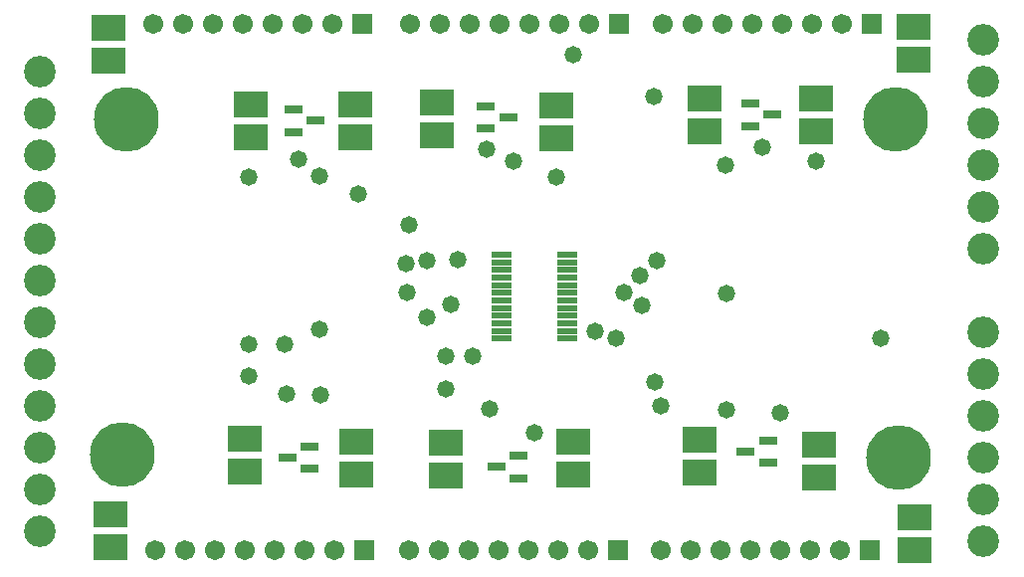
<source format=gts>
G04 Layer_Color=8388736*
%FSLAX23Y23*%
%MOIN*%
G70*
G01*
G75*
%ADD26R,0.114X0.087*%
%ADD27R,0.066X0.022*%
%ADD28R,0.064X0.030*%
%ADD29C,0.106*%
%ADD30R,0.067X0.067*%
%ADD31C,0.067*%
%ADD32C,0.217*%
%ADD33C,0.058*%
D26*
X2776Y5927D02*
D03*
Y5817D02*
D03*
X3126Y5817D02*
D03*
Y5927D02*
D03*
X3401Y5932D02*
D03*
Y5822D02*
D03*
X3801Y5812D02*
D03*
Y5922D02*
D03*
X4296Y5947D02*
D03*
Y5837D02*
D03*
X4671D02*
D03*
Y5947D02*
D03*
X4681Y4677D02*
D03*
Y4787D02*
D03*
X4281Y4802D02*
D03*
Y4692D02*
D03*
X3856Y4687D02*
D03*
Y4797D02*
D03*
X3431Y4792D02*
D03*
Y4682D02*
D03*
X3131Y4687D02*
D03*
Y4797D02*
D03*
X2756Y4807D02*
D03*
Y4697D02*
D03*
X5001Y4432D02*
D03*
Y4542D02*
D03*
X4996Y6187D02*
D03*
Y6077D02*
D03*
X2301Y6182D02*
D03*
Y6072D02*
D03*
X2306Y4442D02*
D03*
Y4552D02*
D03*
D27*
X3615Y5141D02*
D03*
Y5167D02*
D03*
Y5192D02*
D03*
Y5218D02*
D03*
Y5244D02*
D03*
Y5269D02*
D03*
Y5295D02*
D03*
Y5320D02*
D03*
Y5346D02*
D03*
Y5372D02*
D03*
Y5397D02*
D03*
Y5423D02*
D03*
X3837D02*
D03*
Y5397D02*
D03*
Y5372D02*
D03*
Y5346D02*
D03*
Y5320D02*
D03*
Y5295D02*
D03*
Y5269D02*
D03*
Y5244D02*
D03*
Y5218D02*
D03*
Y5192D02*
D03*
Y5167D02*
D03*
Y5141D02*
D03*
D28*
X2898Y4742D02*
D03*
X2974Y4780D02*
D03*
Y4705D02*
D03*
X3674Y4674D02*
D03*
Y4749D02*
D03*
X3598Y4712D02*
D03*
X4433Y4762D02*
D03*
X4509Y4799D02*
D03*
Y4725D02*
D03*
X4448Y5930D02*
D03*
Y5854D02*
D03*
X4524Y5892D02*
D03*
X3639Y5882D02*
D03*
X3563Y5845D02*
D03*
Y5919D02*
D03*
X2918Y5910D02*
D03*
Y5834D02*
D03*
X2994Y5872D02*
D03*
D29*
X5231Y4462D02*
D03*
Y4602D02*
D03*
Y4742D02*
D03*
Y4882D02*
D03*
Y5022D02*
D03*
Y5162D02*
D03*
X2071Y5197D02*
D03*
Y5057D02*
D03*
Y4917D02*
D03*
Y4777D02*
D03*
Y4637D02*
D03*
Y4497D02*
D03*
Y5337D02*
D03*
Y5477D02*
D03*
Y5617D02*
D03*
Y5757D02*
D03*
Y5897D02*
D03*
Y6037D02*
D03*
X5231Y5442D02*
D03*
Y5582D02*
D03*
Y5722D02*
D03*
Y5862D02*
D03*
Y6002D02*
D03*
Y6142D02*
D03*
D30*
X3156Y4432D02*
D03*
X4006D02*
D03*
X4851D02*
D03*
X4856Y6197D02*
D03*
X4011D02*
D03*
X3151D02*
D03*
D31*
X3056Y4432D02*
D03*
X2956D02*
D03*
X2856D02*
D03*
X2756D02*
D03*
X2656D02*
D03*
X2556D02*
D03*
X2456D02*
D03*
X3906D02*
D03*
X3806D02*
D03*
X3706D02*
D03*
X3606D02*
D03*
X3506D02*
D03*
X3406D02*
D03*
X3306D02*
D03*
X4751D02*
D03*
X4651D02*
D03*
X4551D02*
D03*
X4451D02*
D03*
X4351D02*
D03*
X4251D02*
D03*
X4151D02*
D03*
X4756Y6197D02*
D03*
X4656D02*
D03*
X4556D02*
D03*
X4456D02*
D03*
X4356D02*
D03*
X4256D02*
D03*
X4156D02*
D03*
X3911D02*
D03*
X3811D02*
D03*
X3711D02*
D03*
X3611D02*
D03*
X3511D02*
D03*
X3411D02*
D03*
X3311D02*
D03*
X3051D02*
D03*
X2951D02*
D03*
X2851D02*
D03*
X2751D02*
D03*
X2651D02*
D03*
X2551D02*
D03*
X2451D02*
D03*
D32*
X2361Y5877D02*
D03*
X2346Y4752D02*
D03*
X4946Y4742D02*
D03*
X4936Y5877D02*
D03*
D33*
X3446Y5257D02*
D03*
X3856Y6092D02*
D03*
X4491Y5782D02*
D03*
X4366Y5722D02*
D03*
X3656Y5737D02*
D03*
X3566Y5777D02*
D03*
X3006Y5687D02*
D03*
X2936Y5742D02*
D03*
X3801Y5682D02*
D03*
X4026Y5297D02*
D03*
X3431Y5082D02*
D03*
X3006Y5172D02*
D03*
X4136Y5402D02*
D03*
X3306Y5522D02*
D03*
X2771Y5682D02*
D03*
Y5122D02*
D03*
X4371Y5292D02*
D03*
X4151Y4917D02*
D03*
X3431Y4972D02*
D03*
X4131Y4997D02*
D03*
X3521Y5082D02*
D03*
X4001Y5142D02*
D03*
X3931Y5167D02*
D03*
X3726Y4827D02*
D03*
X3576Y4907D02*
D03*
X4551Y4892D02*
D03*
X4371Y4902D02*
D03*
X3471Y5407D02*
D03*
X3366Y5402D02*
D03*
X3301Y5297D02*
D03*
X3296Y5392D02*
D03*
X4886Y5142D02*
D03*
X4671Y5737D02*
D03*
X3011Y4952D02*
D03*
X2891Y5122D02*
D03*
X2896Y4957D02*
D03*
X2771Y5017D02*
D03*
X3136Y5627D02*
D03*
X3366Y5212D02*
D03*
X4081Y5352D02*
D03*
X4086Y5252D02*
D03*
X4126Y5952D02*
D03*
M02*

</source>
